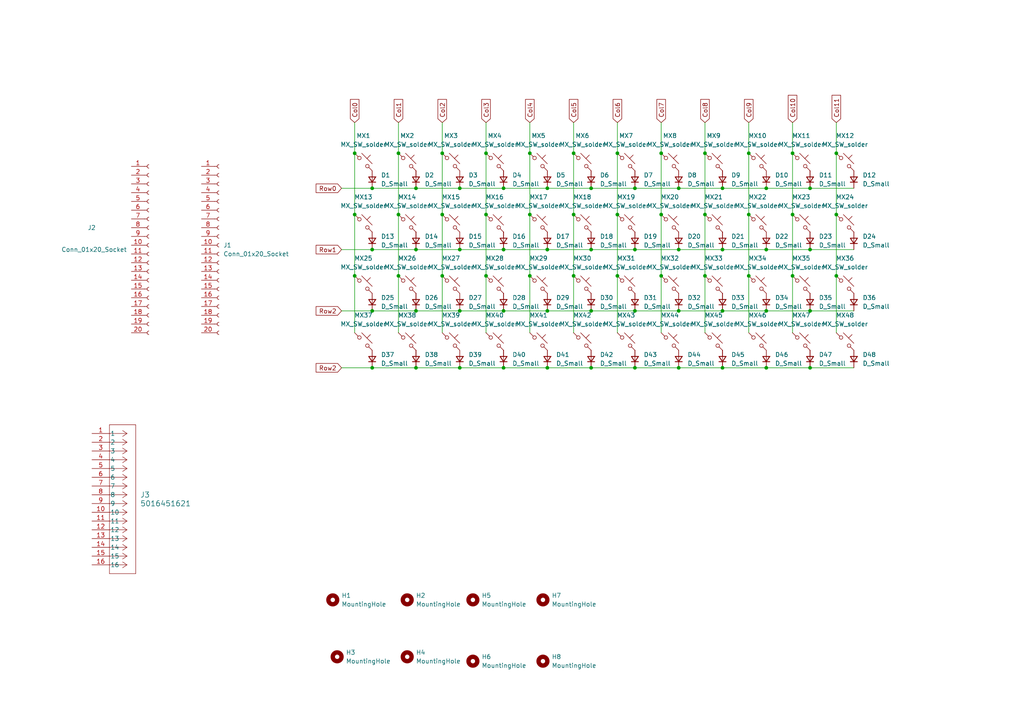
<source format=kicad_sch>
(kicad_sch (version 20230121) (generator eeschema)
  (paper "A4")
  (title_block (title "Viridi Keyboard") (date "2023-07-19") (rev "0.1") (company "Sander Groen"))
  (lib_symbols
    (symbol "Connector:Conn_01x20_Socket" (pin_names (offset 1.016) hide)
      (property "Reference" "J" (at 0 25.4 0))
      (property "Value" "Conn_01x20_Socket" (at 0 -27.94 0))
      (symbol "Conn_01x20_Socket_1_1"
        (pin passive line (at -5.08 22.86 0) (length 3.81) (name "Pin_1") (number "1"))
        (pin passive line (at -5.08 0 0) (length 3.81) (name "Pin_10") (number "10"))
        (pin passive line (at -5.08 -2.54 0) (length 3.81) (name "Pin_11") (number "11"))
        (pin passive line (at -5.08 -5.08 0) (length 3.81) (name "Pin_12") (number "12"))
        (pin passive line (at -5.08 -7.62 0) (length 3.81) (name "Pin_13") (number "13"))
        (pin passive line (at -5.08 -10.16 0) (length 3.81) (name "Pin_14") (number "14"))
        (pin passive line (at -5.08 -12.7 0) (length 3.81) (name "Pin_15") (number "15"))
        (pin passive line (at -5.08 -15.24 0) (length 3.81) (name "Pin_16") (number "16"))
        (pin passive line (at -5.08 -17.78 0) (length 3.81) (name "Pin_17") (number "17"))
        (pin passive line (at -5.08 -20.32 0) (length 3.81) (name "Pin_18") (number "18"))
        (pin passive line (at -5.08 -22.86 0) (length 3.81) (name "Pin_19") (number "19"))
        (pin passive line (at -5.08 20.32 0) (length 3.81) (name "Pin_2") (number "2"))
        (pin passive line (at -5.08 -25.4 0) (length 3.81) (name "Pin_20") (number "20"))
        (pin passive line (at -5.08 17.78 0) (length 3.81) (name "Pin_3") (number "3"))
        (pin passive line (at -5.08 15.24 0) (length 3.81) (name "Pin_4") (number "4"))
        (pin passive line (at -5.08 12.7 0) (length 3.81) (name "Pin_5") (number "5"))
        (pin passive line (at -5.08 10.16 0) (length 3.81) (name "Pin_6") (number "6"))
        (pin passive line (at -5.08 7.62 0) (length 3.81) (name "Pin_7") (number "7"))
        (pin passive line (at -5.08 5.08 0) (length 3.81) (name "Pin_8") (number "8"))
        (pin passive line (at -5.08 2.54 0) (length 3.81) (name "Pin_9") (number "9"))
      )
    )
    (symbol "Device:D_Small" (pin_numbers hide) (pin_names (offset 0.254) hide)
      (property "Reference" "D" (at -1.27 2.032 0))
      (property "Value" "D_Small" (at -3.81 -2.032 0))
      (symbol "D_Small_1_1"
        (pin passive line (at -2.54 0 0) (length 1.778) (name "K") (number "1"))
        (pin passive line (at 2.54 0 180) (length 1.778) (name "A") (number "2"))
      )
    )
    (symbol "Mechanical:MountingHole" (pin_names (offset 1.016))
      (property "Reference" "H" (at 0 5.08 0))
      (property "Value" "MountingHole" (at 0 3.175 0))
    )
    (symbol "PCM_2023-07-19_20-13-47:5016451621" (pin_names (offset 0.254))
      (property "Reference" "J" (at 8.89 6.35 0))
      (property "Value" "5016451621" (at 0 0 0))
      (symbol "5016451621_1_1"
        (pin unspecified line (at 0 0 0) (length 5.08) (name "1") (number "1"))
        (pin unspecified line (at 0 -22.86 0) (length 5.08) (name "10") (number "10"))
        (pin unspecified line (at 0 -25.4 0) (length 5.08) (name "11") (number "11"))
        (pin unspecified line (at 0 -27.94 0) (length 5.08) (name "12") (number "12"))
        (pin unspecified line (at 0 -30.48 0) (length 5.08) (name "13") (number "13"))
        (pin unspecified line (at 0 -33.02 0) (length 5.08) (name "14") (number "14"))
        (pin unspecified line (at 0 -35.56 0) (length 5.08) (name "15") (number "15"))
        (pin unspecified line (at 0 -38.1 0) (length 5.08) (name "16") (number "16"))
        (pin unspecified line (at 0 -2.54 0) (length 5.08) (name "2") (number "2"))
        (pin unspecified line (at 0 -5.08 0) (length 5.08) (name "3") (number "3"))
        (pin unspecified line (at 0 -7.62 0) (length 5.08) (name "4") (number "4"))
        (pin unspecified line (at 0 -10.16 0) (length 5.08) (name "5") (number "5"))
        (pin unspecified line (at 0 -12.7 0) (length 5.08) (name "6") (number "6"))
        (pin unspecified line (at 0 -15.24 0) (length 5.08) (name "7") (number "7"))
        (pin unspecified line (at 0 -17.78 0) (length 5.08) (name "8") (number "8"))
        (pin unspecified line (at 0 -20.32 0) (length 5.08) (name "9") (number "9"))
      )
      (symbol "5016451621_1_2"
        (pin unspecified line (at 0 0 0) (length 5.08) (name "1") (number "1"))
        (pin unspecified line (at 0 -22.86 0) (length 5.08) (name "10") (number "10"))
        (pin unspecified line (at 0 -25.4 0) (length 5.08) (name "11") (number "11"))
        (pin unspecified line (at 0 -27.94 0) (length 5.08) (name "12") (number "12"))
        (pin unspecified line (at 0 -30.48 0) (length 5.08) (name "13") (number "13"))
        (pin unspecified line (at 0 -33.02 0) (length 5.08) (name "14") (number "14"))
        (pin unspecified line (at 0 -35.56 0) (length 5.08) (name "15") (number "15"))
        (pin unspecified line (at 0 -38.1 0) (length 5.08) (name "16") (number "16"))
        (pin unspecified line (at 0 -2.54 0) (length 5.08) (name "2") (number "2"))
        (pin unspecified line (at 0 -5.08 0) (length 5.08) (name "3") (number "3"))
        (pin unspecified line (at 0 -7.62 0) (length 5.08) (name "4") (number "4"))
        (pin unspecified line (at 0 -10.16 0) (length 5.08) (name "5") (number "5"))
        (pin unspecified line (at 0 -12.7 0) (length 5.08) (name "6") (number "6"))
        (pin unspecified line (at 0 -15.24 0) (length 5.08) (name "7") (number "7"))
        (pin unspecified line (at 0 -17.78 0) (length 5.08) (name "8") (number "8"))
        (pin unspecified line (at 0 -20.32 0) (length 5.08) (name "9") (number "9"))
      )
    )
    (symbol "PCM_marbastlib-mx:MX_SW_solder" (pin_numbers hide) (pin_names (offset 1.016) hide)
      (property "Reference" "MX" (at 3.048 1.016 0))
      (property "Value" "MX_SW_solder" (at 0 -3.81 0))
      (symbol "MX_SW_solder_0_1"
        (pin passive line (at -2.54 2.54 0) (length 0) (name "1") (number "1"))
        (pin passive line (at 2.54 -2.54 180) (length 0) (name "2") (number "2"))
      )
    )
  )
  (junction (at 120.65 90.17))
  (junction (at 204.47 44.45))
  (junction (at 222.25 90.17))
  (junction (at 140.97 62.23))
  (junction (at 153.67 62.23))
  (junction (at 171.45 54.61))
  (junction (at 107.95 106.68))
  (junction (at 217.17 44.45))
  (junction (at 184.15 90.17))
  (junction (at 158.75 90.17))
  (junction (at 196.85 106.68))
  (junction (at 196.85 90.17))
  (junction (at 179.07 62.23))
  (junction (at 128.27 44.45))
  (junction (at 204.47 80.01))
  (junction (at 196.85 72.39))
  (junction (at 107.95 72.39))
  (junction (at 234.95 106.68))
  (junction (at 234.95 54.61))
  (junction (at 133.35 106.68))
  (junction (at 158.75 72.39))
  (junction (at 146.05 54.61))
  (junction (at 146.05 72.39))
  (junction (at 158.75 106.68))
  (junction (at 242.57 44.45))
  (junction (at 140.97 80.01))
  (junction (at 229.87 80.01))
  (junction (at 196.85 54.61))
  (junction (at 133.35 54.61))
  (junction (at 191.77 80.01))
  (junction (at 184.15 54.61))
  (junction (at 115.57 62.23))
  (junction (at 140.97 44.45))
  (junction (at 166.37 80.01))
  (junction (at 133.35 72.39))
  (junction (at 107.95 54.61))
  (junction (at 153.67 80.01))
  (junction (at 222.25 54.61))
  (junction (at 166.37 44.45))
  (junction (at 153.67 44.45))
  (junction (at 204.47 62.23))
  (junction (at 242.57 62.23))
  (junction (at 166.37 62.23))
  (junction (at 171.45 90.17))
  (junction (at 242.57 80.01))
  (junction (at 222.25 72.39))
  (junction (at 171.45 106.68))
  (junction (at 234.95 72.39))
  (junction (at 171.45 72.39))
  (junction (at 191.77 44.45))
  (junction (at 229.87 62.23))
  (junction (at 102.87 44.45))
  (junction (at 102.87 80.01))
  (junction (at 209.55 106.68))
  (junction (at 179.07 80.01))
  (junction (at 209.55 90.17))
  (junction (at 158.75 54.61))
  (junction (at 146.05 90.17))
  (junction (at 184.15 72.39))
  (junction (at 102.87 62.23))
  (junction (at 179.07 44.45))
  (junction (at 115.57 80.01))
  (junction (at 217.17 62.23))
  (junction (at 229.87 44.45))
  (junction (at 120.65 106.68))
  (junction (at 191.77 62.23))
  (junction (at 217.17 80.01))
  (junction (at 209.55 72.39))
  (junction (at 209.55 54.61))
  (junction (at 146.05 106.68))
  (junction (at 107.95 90.17))
  (junction (at 128.27 80.01))
  (junction (at 115.57 44.45))
  (junction (at 234.95 90.17))
  (junction (at 133.35 90.17))
  (junction (at 184.15 106.68))
  (junction (at 120.65 72.39))
  (junction (at 222.25 106.68))
  (junction (at 128.27 62.23))
  (junction (at 120.65 54.61))
  (wire (pts (xy 234.95 72.39) (xy 247.65 72.39)))
  (wire (pts (xy 234.95 106.68) (xy 247.65 106.68)))
  (wire (pts (xy 107.95 90.17) (xy 120.65 90.17)))
  (wire (pts (xy 166.37 62.23) (xy 166.37 80.01)))
  (wire (pts (xy 140.97 80.01) (xy 140.97 96.52)))
  (wire (pts (xy 158.75 106.68) (xy 171.45 106.68)))
  (wire (pts (xy 209.55 90.17) (xy 222.25 90.17)))
  (wire (pts (xy 146.05 106.68) (xy 158.75 106.68)))
  (wire (pts (xy 153.67 80.01) (xy 153.67 96.52)))
  (wire (pts (xy 229.87 80.01) (xy 229.87 96.52)))
  (wire (pts (xy 179.07 80.01) (xy 179.07 96.52)))
  (wire (pts (xy 99.06 90.17) (xy 107.95 90.17)))
  (wire (pts (xy 107.95 54.61) (xy 120.65 54.61)))
  (wire (pts (xy 140.97 35.56) (xy 140.97 44.45)))
  (wire (pts (xy 153.67 62.23) (xy 153.67 80.01)))
  (wire (pts (xy 222.25 106.68) (xy 234.95 106.68)))
  (wire (pts (xy 217.17 35.56) (xy 217.17 44.45)))
  (wire (pts (xy 140.97 44.45) (xy 140.97 62.23)))
  (wire (pts (xy 184.15 72.39) (xy 196.85 72.39)))
  (wire (pts (xy 234.95 90.17) (xy 247.65 90.17)))
  (wire (pts (xy 242.57 35.56) (xy 242.57 44.45)))
  (wire (pts (xy 242.57 44.45) (xy 242.57 62.23)))
  (wire (pts (xy 102.87 44.45) (xy 102.87 62.23)))
  (wire (pts (xy 120.65 54.61) (xy 133.35 54.61)))
  (wire (pts (xy 171.45 72.39) (xy 184.15 72.39)))
  (wire (pts (xy 184.15 106.68) (xy 196.85 106.68)))
  (wire (pts (xy 179.07 62.23) (xy 179.07 80.01)))
  (wire (pts (xy 133.35 106.68) (xy 146.05 106.68)))
  (wire (pts (xy 204.47 44.45) (xy 204.47 62.23)))
  (wire (pts (xy 191.77 44.45) (xy 191.77 62.23)))
  (wire (pts (xy 158.75 72.39) (xy 171.45 72.39)))
  (wire (pts (xy 217.17 80.01) (xy 217.17 96.52)))
  (wire (pts (xy 153.67 35.56) (xy 153.67 44.45)))
  (wire (pts (xy 115.57 80.01) (xy 115.57 96.52)))
  (wire (pts (xy 229.87 44.45) (xy 229.87 62.23)))
  (wire (pts (xy 204.47 80.01) (xy 204.47 96.52)))
  (wire (pts (xy 133.35 72.39) (xy 146.05 72.39)))
  (wire (pts (xy 196.85 72.39) (xy 209.55 72.39)))
  (wire (pts (xy 140.97 62.23) (xy 140.97 80.01)))
  (wire (pts (xy 146.05 72.39) (xy 158.75 72.39)))
  (wire (pts (xy 209.55 72.39) (xy 222.25 72.39)))
  (wire (pts (xy 191.77 80.01) (xy 191.77 96.52)))
  (wire (pts (xy 222.25 90.17) (xy 234.95 90.17)))
  (wire (pts (xy 209.55 54.61) (xy 222.25 54.61)))
  (wire (pts (xy 242.57 62.23) (xy 242.57 80.01)))
  (wire (pts (xy 179.07 35.56) (xy 179.07 44.45)))
  (wire (pts (xy 222.25 54.61) (xy 234.95 54.61)))
  (wire (pts (xy 133.35 54.61) (xy 146.05 54.61)))
  (wire (pts (xy 229.87 35.56) (xy 229.87 44.45)))
  (wire (pts (xy 191.77 62.23) (xy 191.77 80.01)))
  (wire (pts (xy 209.55 106.68) (xy 222.25 106.68)))
  (wire (pts (xy 166.37 44.45) (xy 166.37 62.23)))
  (wire (pts (xy 171.45 90.17) (xy 184.15 90.17)))
  (wire (pts (xy 102.87 80.01) (xy 102.87 96.52)))
  (wire (pts (xy 204.47 35.56) (xy 204.47 44.45)))
  (wire (pts (xy 196.85 54.61) (xy 209.55 54.61)))
  (wire (pts (xy 196.85 106.68) (xy 209.55 106.68)))
  (wire (pts (xy 166.37 80.01) (xy 166.37 96.52)))
  (wire (pts (xy 146.05 54.61) (xy 158.75 54.61)))
  (wire (pts (xy 115.57 35.56) (xy 115.57 44.45)))
  (wire (pts (xy 128.27 80.01) (xy 128.27 96.52)))
  (wire (pts (xy 171.45 54.61) (xy 184.15 54.61)))
  (wire (pts (xy 171.45 106.68) (xy 184.15 106.68)))
  (wire (pts (xy 184.15 90.17) (xy 196.85 90.17)))
  (wire (pts (xy 120.65 106.68) (xy 133.35 106.68)))
  (wire (pts (xy 191.77 35.56) (xy 191.77 44.45)))
  (wire (pts (xy 158.75 90.17) (xy 171.45 90.17)))
  (wire (pts (xy 120.65 90.17) (xy 133.35 90.17)))
  (wire (pts (xy 128.27 62.23) (xy 128.27 80.01)))
  (wire (pts (xy 229.87 62.23) (xy 229.87 80.01)))
  (wire (pts (xy 128.27 44.45) (xy 128.27 62.23)))
  (wire (pts (xy 102.87 35.56) (xy 102.87 44.45)))
  (wire (pts (xy 196.85 90.17) (xy 209.55 90.17)))
  (wire (pts (xy 99.06 106.68) (xy 107.95 106.68)))
  (wire (pts (xy 99.06 72.39) (xy 107.95 72.39)))
  (wire (pts (xy 184.15 54.61) (xy 196.85 54.61)))
  (wire (pts (xy 234.95 54.61) (xy 247.65 54.61)))
  (wire (pts (xy 102.87 62.23) (xy 102.87 80.01)))
  (wire (pts (xy 107.95 106.68) (xy 120.65 106.68)))
  (wire (pts (xy 217.17 62.23) (xy 217.17 80.01)))
  (wire (pts (xy 107.95 72.39) (xy 120.65 72.39)))
  (wire (pts (xy 133.35 90.17) (xy 146.05 90.17)))
  (wire (pts (xy 99.06 54.61) (xy 107.95 54.61)))
  (wire (pts (xy 120.65 72.39) (xy 133.35 72.39)))
  (wire (pts (xy 146.05 90.17) (xy 158.75 90.17)))
  (wire (pts (xy 128.27 35.56) (xy 128.27 44.45)))
  (wire (pts (xy 179.07 44.45) (xy 179.07 62.23)))
  (wire (pts (xy 158.75 54.61) (xy 171.45 54.61)))
  (wire (pts (xy 153.67 44.45) (xy 153.67 62.23)))
  (wire (pts (xy 217.17 44.45) (xy 217.17 62.23)))
  (wire (pts (xy 115.57 62.23) (xy 115.57 80.01)))
  (wire (pts (xy 204.47 62.23) (xy 204.47 80.01)))
  (wire (pts (xy 242.57 80.01) (xy 242.57 96.52)))
  (wire (pts (xy 166.37 35.56) (xy 166.37 44.45)))
  (wire (pts (xy 115.57 44.45) (xy 115.57 62.23)))
  (wire (pts (xy 222.25 72.39) (xy 234.95 72.39)))
  (global_label "Row1" (shape input) (at 99.06 72.39 180) (property "Intersheetrefs" "${INTERSHEET_REFS}" (effects hide)))
  (global_label "Col1" (shape input) (at 115.57 35.56 90) (property "Intersheetrefs" "${INTERSHEET_REFS}" (effects hide)))
  (global_label "Col4" (shape input) (at 153.67 35.56 90) (property "Intersheetrefs" "${INTERSHEET_REFS}" (effects hide)))
  (global_label "Col8" (shape input) (at 204.47 35.56 90) (property "Intersheetrefs" "${INTERSHEET_REFS}" (effects hide)))
  (global_label "Row2" (shape input) (at 99.06 106.68 180) (property "Intersheetrefs" "${INTERSHEET_REFS}" (effects hide)))
  (global_label "Row0" (shape input) (at 99.06 54.61 180) (property "Intersheetrefs" "${INTERSHEET_REFS}" (effects hide)))
  (global_label "Col11" (shape input) (at 242.57 35.56 90) (property "Intersheetrefs" "${INTERSHEET_REFS}" (effects hide)))
  (global_label "Row2" (shape input) (at 99.06 90.17 180) (property "Intersheetrefs" "${INTERSHEET_REFS}" (effects hide)))
  (global_label "Col0" (shape input) (at 102.87 35.56 90) (property "Intersheetrefs" "${INTERSHEET_REFS}" (effects hide)))
  (global_label "Col2" (shape input) (at 128.27 35.56 90) (property "Intersheetrefs" "${INTERSHEET_REFS}" (effects hide)))
  (global_label "Col3" (shape input) (at 140.97 35.56 90) (property "Intersheetrefs" "${INTERSHEET_REFS}" (effects hide)))
  (global_label "Col9" (shape input) (at 217.17 35.56 90) (property "Intersheetrefs" "${INTERSHEET_REFS}" (effects hide)))
  (global_label "Col5" (shape input) (at 166.37 35.56 90) (property "Intersheetrefs" "${INTERSHEET_REFS}" (effects hide)))
  (global_label "Col6" (shape input) (at 179.07 35.56 90) (property "Intersheetrefs" "${INTERSHEET_REFS}" (effects hide)))
  (global_label "Col7" (shape input) (at 191.77 35.56 90) (property "Intersheetrefs" "${INTERSHEET_REFS}" (effects hide)))
  (global_label "Col10" (shape input) (at 229.87 35.56 90) (property "Intersheetrefs" "${INTERSHEET_REFS}" (effects hide)))
  (symbol (lib_id "Device:D_Small") (at 184.15 104.14 90) (unit 1)
    (property "Reference" "D43" (at 186.69 102.87 90) (effects (justify right)))
    (property "Value" "D_Small" (at 186.69 105.41 90) (effects (justify right)))
    (property "Footprint" "Diode_SMD:D_SOD-123" (effects hide))
    (property "Sim.Device" "D" (effects hide))
    (property "Sim.Pins" "1=K 2=A" (effects hide))
  )
  (symbol (lib_id "Mechanical:MountingHole") (at 137.16 191.77 0) (unit 1)
    (property "Reference" "H6" (at 139.7 190.5 0) (effects (justify left)))
    (property "Value" "MountingHole" (at 139.7 193.04 0) (effects (justify left)))
    (property "Footprint" "MountingHole:MountingHole_2.5mm" (effects hide))
  )
  (symbol (lib_id "PCM_marbastlib-mx:MX_SW_solder") (at 194.31 99.06 0) (unit 1)
    (property "Reference" "MX44" (at 194.31 91.44 0))
    (property "Value" "MX_SW_solder" (at 194.31 93.98 0))
    (property "Footprint" "PCM_marbastlib-mx:SW_MX_1u" (effects hide))
  )
  (symbol (lib_id "Device:D_Small") (at 222.25 52.07 90) (unit 1)
    (property "Reference" "D10" (at 224.79 50.8 90) (effects (justify right)))
    (property "Value" "D_Small" (at 224.79 53.34 90) (effects (justify right)))
    (property "Footprint" "Diode_SMD:D_SOD-123" (effects hide))
    (property "Sim.Device" "D" (effects hide))
    (property "Sim.Pins" "1=K 2=A" (effects hide))
  )
  (symbol (lib_id "PCM_marbastlib-mx:MX_SW_solder") (at 130.81 64.77 0) (unit 1)
    (property "Reference" "MX15" (at 130.81 57.15 0))
    (property "Value" "MX_SW_solder" (at 130.81 59.69 0))
    (property "Footprint" "PCM_marbastlib-mx:SW_MX_1u" (effects hide))
  )
  (symbol (lib_id "PCM_marbastlib-mx:MX_SW_solder") (at 168.91 64.77 0) (unit 1)
    (property "Reference" "MX18" (at 168.91 57.15 0))
    (property "Value" "MX_SW_solder" (at 168.91 59.69 0))
    (property "Footprint" "PCM_marbastlib-mx:SW_MX_1u" (effects hide))
  )
  (symbol (lib_id "Device:D_Small") (at 107.95 87.63 90) (unit 1)
    (property "Reference" "D25" (at 110.49 86.36 90) (effects (justify right)))
    (property "Value" "D_Small" (at 110.49 88.9 90) (effects (justify right)))
    (property "Footprint" "Diode_SMD:D_SOD-123" (effects hide))
    (property "Sim.Device" "D" (effects hide))
    (property "Sim.Pins" "1=K 2=A" (effects hide))
  )
  (symbol (lib_id "PCM_marbastlib-mx:MX_SW_solder") (at 245.11 46.99 0) (unit 1)
    (property "Reference" "MX12" (at 245.11 39.37 0))
    (property "Value" "MX_SW_solder" (at 245.11 41.91 0))
    (property "Footprint" "PCM_marbastlib-mx:SW_MX_1u" (effects hide))
  )
  (symbol (lib_id "Device:D_Small") (at 171.45 69.85 90) (unit 1)
    (property "Reference" "D18" (at 173.99 68.58 90) (effects (justify right)))
    (property "Value" "D_Small" (at 173.99 71.12 90) (effects (justify right)))
    (property "Footprint" "Diode_SMD:D_SOD-123" (effects hide))
    (property "Sim.Device" "D" (effects hide))
    (property "Sim.Pins" "1=K 2=A" (effects hide))
  )
  (symbol (lib_id "Device:D_Small") (at 209.55 69.85 90) (unit 1)
    (property "Reference" "D21" (at 212.09 68.58 90) (effects (justify right)))
    (property "Value" "D_Small" (at 212.09 71.12 90) (effects (justify right)))
    (property "Footprint" "Diode_SMD:D_SOD-123" (effects hide))
    (property "Sim.Device" "D" (effects hide))
    (property "Sim.Pins" "1=K 2=A" (effects hide))
  )
  (symbol (lib_id "Device:D_Small") (at 209.55 104.14 90) (unit 1)
    (property "Reference" "D45" (at 212.09 102.87 90) (effects (justify right)))
    (property "Value" "D_Small" (at 212.09 105.41 90) (effects (justify right)))
    (property "Footprint" "Diode_SMD:D_SOD-123" (effects hide))
    (property "Sim.Device" "D" (effects hide))
    (property "Sim.Pins" "1=K 2=A" (effects hide))
  )
  (symbol (lib_id "Device:D_Small") (at 196.85 52.07 90) (unit 1)
    (property "Reference" "D8" (at 199.39 50.8 90) (effects (justify right)))
    (property "Value" "D_Small" (at 199.39 53.34 90) (effects (justify right)))
    (property "Footprint" "Diode_SMD:D_SOD-123" (effects hide))
    (property "Sim.Device" "D" (effects hide))
    (property "Sim.Pins" "1=K 2=A" (effects hide))
  )
  (symbol (lib_id "PCM_marbastlib-mx:MX_SW_solder") (at 219.71 82.55 0) (unit 1)
    (property "Reference" "MX34" (at 219.71 74.93 0))
    (property "Value" "MX_SW_solder" (at 219.71 77.47 0))
    (property "Footprint" "PCM_marbastlib-mx:SW_MX_1u" (effects hide))
  )
  (symbol (lib_id "Device:D_Small") (at 146.05 104.14 90) (unit 1)
    (property "Reference" "D40" (at 148.59 102.87 90) (effects (justify right)))
    (property "Value" "D_Small" (at 148.59 105.41 90) (effects (justify right)))
    (property "Footprint" "Diode_SMD:D_SOD-123" (effects hide))
    (property "Sim.Device" "D" (effects hide))
    (property "Sim.Pins" "1=K 2=A" (effects hide))
  )
  (symbol (lib_id "PCM_marbastlib-mx:MX_SW_solder") (at 194.31 64.77 0) (unit 1)
    (property "Reference" "MX20" (at 194.31 57.15 0))
    (property "Value" "MX_SW_solder" (at 194.31 59.69 0))
    (property "Footprint" "PCM_marbastlib-mx:SW_MX_1u" (effects hide))
  )
  (symbol (lib_id "Mechanical:MountingHole") (at 157.48 191.77 0) (unit 1)
    (property "Reference" "H8" (at 160.02 190.5 0) (effects (justify left)))
    (property "Value" "MountingHole" (at 160.02 193.04 0) (effects (justify left)))
    (property "Footprint" "MountingHole:MountingHole_2.5mm" (effects hide))
  )
  (symbol (lib_id "PCM_marbastlib-mx:MX_SW_solder") (at 156.21 64.77 0) (unit 1)
    (property "Reference" "MX17" (at 156.21 57.15 0))
    (property "Value" "MX_SW_solder" (at 156.21 59.69 0))
    (property "Footprint" "PCM_marbastlib-mx:SW_MX_1u" (effects hide))
  )
  (symbol (lib_id "PCM_marbastlib-mx:MX_SW_solder") (at 168.91 46.99 0) (unit 1)
    (property "Reference" "MX6" (at 168.91 39.37 0))
    (property "Value" "MX_SW_solder" (at 168.91 41.91 0))
    (property "Footprint" "PCM_marbastlib-mx:SW_MX_1u" (effects hide))
  )
  (symbol (lib_id "PCM_marbastlib-mx:MX_SW_solder") (at 130.81 99.06 0) (unit 1)
    (property "Reference" "MX39" (at 130.81 91.44 0))
    (property "Value" "MX_SW_solder" (at 130.81 93.98 0))
    (property "Footprint" "PCM_marbastlib-mx:SW_MX_1u" (effects hide))
  )
  (symbol (lib_id "PCM_marbastlib-mx:MX_SW_solder") (at 105.41 99.06 0) (unit 1)
    (property "Reference" "MX37" (at 105.41 91.44 0))
    (property "Value" "MX_SW_solder" (at 105.41 93.98 0))
    (property "Footprint" "PCM_marbastlib-mx:SW_MX_1u" (effects hide))
  )
  (symbol (lib_id "Device:D_Small") (at 247.65 52.07 90) (unit 1)
    (property "Reference" "D12" (at 250.19 50.8 90) (effects (justify right)))
    (property "Value" "D_Small" (at 250.19 53.34 90) (effects (justify right)))
    (property "Footprint" "Diode_SMD:D_SOD-123" (effects hide))
    (property "Sim.Device" "D" (effects hide))
    (property "Sim.Pins" "1=K 2=A" (effects hide))
  )
  (symbol (lib_id "Device:D_Small") (at 133.35 104.14 90) (unit 1)
    (property "Reference" "D39" (at 135.89 102.87 90) (effects (justify right)))
    (property "Value" "D_Small" (at 135.89 105.41 90) (effects (justify right)))
    (property "Footprint" "Diode_SMD:D_SOD-123" (effects hide))
    (property "Sim.Device" "D" (effects hide))
    (property "Sim.Pins" "1=K 2=A" (effects hide))
  )
  (symbol (lib_id "Device:D_Small") (at 234.95 52.07 90) (unit 1)
    (property "Reference" "D11" (at 237.49 50.8 90) (effects (justify right)))
    (property "Value" "D_Small" (at 237.49 53.34 90) (effects (justify right)))
    (property "Footprint" "Diode_SMD:D_SOD-123" (effects hide))
    (property "Sim.Device" "D" (effects hide))
    (property "Sim.Pins" "1=K 2=A" (effects hide))
  )
  (symbol (lib_id "Connector:Conn_01x20_Socket") (at 43.18 71.12 0) (unit 1)
    (property "Reference" "J2" (at 25.4 66.04 0) (effects (justify left)))
    (property "Value" "Conn_01x20_Socket" (at 17.78 72.39 0) (effects (justify left)))
    (property "Footprint" "Connector_PinSocket_2.54mm:PinSocket_1x20_P2.54mm_Vertical" (effects hide))
  )
  (symbol (lib_id "Device:D_Small") (at 120.65 69.85 90) (unit 1)
    (property "Reference" "D14" (at 123.19 68.58 90) (effects (justify right)))
    (property "Value" "D_Small" (at 123.19 71.12 90) (effects (justify right)))
    (property "Footprint" "Diode_SMD:D_SOD-123" (effects hide))
    (property "Sim.Device" "D" (effects hide))
    (property "Sim.Pins" "1=K 2=A" (effects hide))
  )
  (symbol (lib_id "Mechanical:MountingHole") (at 118.11 190.5 0) (unit 1)
    (property "Reference" "H4" (at 120.65 189.23 0) (effects (justify left)))
    (property "Value" "MountingHole" (at 120.65 191.77 0) (effects (justify left)))
    (property "Footprint" "MountingHole:MountingHole_2.5mm" (effects hide))
  )
  (symbol (lib_id "PCM_marbastlib-mx:MX_SW_solder") (at 168.91 99.06 0) (unit 1)
    (property "Reference" "MX42" (at 168.91 91.44 0))
    (property "Value" "MX_SW_solder" (at 168.91 93.98 0))
    (property "Footprint" "PCM_marbastlib-mx:SW_MX_1u" (effects hide))
  )
  (symbol (lib_id "PCM_marbastlib-mx:MX_SW_solder") (at 143.51 64.77 0) (unit 1)
    (property "Reference" "MX16" (at 143.51 57.15 0))
    (property "Value" "MX_SW_solder" (at 143.51 59.69 0))
    (property "Footprint" "PCM_marbastlib-mx:SW_MX_1u" (effects hide))
  )
  (symbol (lib_id "Mechanical:MountingHole") (at 137.16 173.99 0) (unit 1)
    (property "Reference" "H5" (at 139.7 172.72 0) (effects (justify left)))
    (property "Value" "MountingHole" (at 139.7 175.26 0) (effects (justify left)))
    (property "Footprint" "MountingHole:MountingHole_2.5mm" (effects hide))
  )
  (symbol (lib_id "PCM_2023-07-19_20-13-47:5016451621") (at 26.67 125.73 0) (unit 1)
    (property "Reference" "J3" (at 40.64 143.51 0) (effects (font (size 1.524 1.524)) (justify left)))
    (property "Value" "5016451621" (at 40.64 146.05 0) (effects (font (size 1.524 1.524)) (justify left)))
    (property "Footprint" "PCM_footprints:CON_5016451621_MOL" (effects hide))
    (property "Datasheet" "5016451621" (effects hide))
  )
  (symbol (lib_id "PCM_marbastlib-mx:MX_SW_solder") (at 156.21 82.55 0) (unit 1)
    (property "Reference" "MX29" (at 156.21 74.93 0))
    (property "Value" "MX_SW_solder" (at 156.21 77.47 0))
    (property "Footprint" "PCM_marbastlib-mx:SW_MX_1u" (effects hide))
  )
  (symbol (lib_id "Device:D_Small") (at 120.65 87.63 90) (unit 1)
    (property "Reference" "D26" (at 123.19 86.36 90) (effects (justify right)))
    (property "Value" "D_Small" (at 123.19 88.9 90) (effects (justify right)))
    (property "Footprint" "Diode_SMD:D_SOD-123" (effects hide))
    (property "Sim.Device" "D" (effects hide))
    (property "Sim.Pins" "1=K 2=A" (effects hide))
  )
  (symbol (lib_id "Connector:Conn_01x20_Socket") (at 63.5 71.12 0) (unit 1)
    (property "Reference" "J1" (at 64.77 71.12 0) (effects (justify left)))
    (property "Value" "Conn_01x20_Socket" (at 64.77 73.66 0) (effects (justify left)))
    (property "Footprint" "Connector_PinSocket_2.54mm:PinSocket_1x20_P2.54mm_Vertical" (effects hide))
  )
  (symbol (lib_id "PCM_marbastlib-mx:MX_SW_solder") (at 181.61 64.77 0) (unit 1)
    (property "Reference" "MX19" (at 181.61 57.15 0))
    (property "Value" "MX_SW_solder" (at 181.61 59.69 0))
    (property "Footprint" "PCM_marbastlib-mx:SW_MX_1u" (effects hide))
  )
  (symbol (lib_id "Device:D_Small") (at 184.15 87.63 90) (unit 1)
    (property "Reference" "D31" (at 186.69 86.36 90) (effects (justify right)))
    (property "Value" "D_Small" (at 186.69 88.9 90) (effects (justify right)))
    (property "Footprint" "Diode_SMD:D_SOD-123" (effects hide))
    (property "Sim.Device" "D" (effects hide))
    (property "Sim.Pins" "1=K 2=A" (effects hide))
  )
  (symbol (lib_id "PCM_marbastlib-mx:MX_SW_solder") (at 143.51 46.99 0) (unit 1)
    (property "Reference" "MX4" (at 143.51 39.37 0))
    (property "Value" "MX_SW_solder" (at 143.51 41.91 0))
    (property "Footprint" "PCM_marbastlib-mx:SW_MX_1u" (effects hide))
  )
  (symbol (lib_id "Device:D_Small") (at 171.45 52.07 90) (unit 1)
    (property "Reference" "D6" (at 173.99 50.8 90) (effects (justify right)))
    (property "Value" "D_Small" (at 173.99 53.34 90) (effects (justify right)))
    (property "Footprint" "Diode_SMD:D_SOD-123" (effects hide))
    (property "Sim.Device" "D" (effects hide))
    (property "Sim.Pins" "1=K 2=A" (effects hide))
  )
  (symbol (lib_id "PCM_marbastlib-mx:MX_SW_solder") (at 219.71 64.77 0) (unit 1)
    (property "Reference" "MX22" (at 219.71 57.15 0))
    (property "Value" "MX_SW_solder" (at 219.71 59.69 0))
    (property "Footprint" "PCM_marbastlib-mx:SW_MX_1u" (effects hide))
  )
  (symbol (lib_id "Device:D_Small") (at 196.85 104.14 90) (unit 1)
    (property "Reference" "D44" (at 199.39 102.87 90) (effects (justify right)))
    (property "Value" "D_Small" (at 199.39 105.41 90) (effects (justify right)))
    (property "Footprint" "Diode_SMD:D_SOD-123" (effects hide))
    (property "Sim.Device" "D" (effects hide))
    (property "Sim.Pins" "1=K 2=A" (effects hide))
  )
  (symbol (lib_id "Device:D_Small") (at 234.95 69.85 90) (unit 1)
    (property "Reference" "D23" (at 237.49 68.58 90) (effects (justify right)))
    (property "Value" "D_Small" (at 237.49 71.12 90) (effects (justify right)))
    (property "Footprint" "Diode_SMD:D_SOD-123" (effects hide))
    (property "Sim.Device" "D" (effects hide))
    (property "Sim.Pins" "1=K 2=A" (effects hide))
  )
  (symbol (lib_id "PCM_marbastlib-mx:MX_SW_solder") (at 181.61 82.55 0) (unit 1)
    (property "Reference" "MX31" (at 181.61 74.93 0))
    (property "Value" "MX_SW_solder" (at 181.61 77.47 0))
    (property "Footprint" "PCM_marbastlib-mx:SW_MX_1u" (effects hide))
  )
  (symbol (lib_id "PCM_marbastlib-mx:MX_SW_solder") (at 143.51 82.55 0) (unit 1)
    (property "Reference" "MX28" (at 143.51 74.93 0))
    (property "Value" "MX_SW_solder" (at 143.51 77.47 0))
    (property "Footprint" "PCM_marbastlib-mx:SW_MX_1u" (effects hide))
  )
  (symbol (lib_id "PCM_marbastlib-mx:MX_SW_solder") (at 118.11 64.77 0) (unit 1)
    (property "Reference" "MX14" (at 118.11 57.15 0))
    (property "Value" "MX_SW_solder" (at 118.11 59.69 0))
    (property "Footprint" "PCM_marbastlib-mx:SW_MX_1u" (effects hide))
  )
  (symbol (lib_id "Device:D_Small") (at 158.75 87.63 90) (unit 1)
    (property "Reference" "D29" (at 161.29 86.36 90) (effects (justify right)))
    (property "Value" "D_Small" (at 161.29 88.9 90) (effects (justify right)))
    (property "Footprint" "Diode_SMD:D_SOD-123" (effects hide))
    (property "Sim.Device" "D" (effects hide))
    (property "Sim.Pins" "1=K 2=A" (effects hide))
  )
  (symbol (lib_id "Device:D_Small") (at 247.65 87.63 90) (unit 1)
    (property "Reference" "D36" (at 250.19 86.36 90) (effects (justify right)))
    (property "Value" "D_Small" (at 250.19 88.9 90) (effects (justify right)))
    (property "Footprint" "Diode_SMD:D_SOD-123" (effects hide))
    (property "Sim.Device" "D" (effects hide))
    (property "Sim.Pins" "1=K 2=A" (effects hide))
  )
  (symbol (lib_id "PCM_marbastlib-mx:MX_SW_solder") (at 207.01 82.55 0) (unit 1)
    (property "Reference" "MX33" (at 207.01 74.93 0))
    (property "Value" "MX_SW_solder" (at 207.01 77.47 0))
    (property "Footprint" "PCM_marbastlib-mx:SW_MX_1u" (effects hide))
  )
  (symbol (lib_id "Mechanical:MountingHole") (at 157.48 173.99 0) (unit 1)
    (property "Reference" "H7" (at 160.02 172.72 0) (effects (justify left)))
    (property "Value" "MountingHole" (at 160.02 175.26 0) (effects (justify left)))
    (property "Footprint" "MountingHole:MountingHole_2.5mm" (effects hide))
  )
  (symbol (lib_id "Device:D_Small") (at 133.35 52.07 90) (unit 1)
    (property "Reference" "D3" (at 135.89 50.8 90) (effects (justify right)))
    (property "Value" "D_Small" (at 135.89 53.34 90) (effects (justify right)))
    (property "Footprint" "Diode_SMD:D_SOD-123" (effects hide))
    (property "Sim.Device" "D" (effects hide))
    (property "Sim.Pins" "1=K 2=A" (effects hide))
  )
  (symbol (lib_id "Device:D_Small") (at 158.75 69.85 90) (unit 1)
    (property "Reference" "D17" (at 161.29 68.58 90) (effects (justify right)))
    (property "Value" "D_Small" (at 161.29 71.12 90) (effects (justify right)))
    (property "Footprint" "Diode_SMD:D_SOD-123" (effects hide))
    (property "Sim.Device" "D" (effects hide))
    (property "Sim.Pins" "1=K 2=A" (effects hide))
  )
  (symbol (lib_id "Device:D_Small") (at 107.95 104.14 90) (unit 1)
    (property "Reference" "D37" (at 110.49 102.87 90) (effects (justify right)))
    (property "Value" "D_Small" (at 110.49 105.41 90) (effects (justify right)))
    (property "Footprint" "Diode_SMD:D_SOD-123" (effects hide))
    (property "Sim.Device" "D" (effects hide))
    (property "Sim.Pins" "1=K 2=A" (effects hide))
  )
  (symbol (lib_id "PCM_marbastlib-mx:MX_SW_solder") (at 181.61 99.06 0) (unit 1)
    (property "Reference" "MX43" (at 181.61 91.44 0))
    (property "Value" "MX_SW_solder" (at 181.61 93.98 0))
    (property "Footprint" "PCM_marbastlib-mx:SW_MX_1u" (effects hide))
  )
  (symbol (lib_id "Device:D_Small") (at 146.05 52.07 90) (unit 1)
    (property "Reference" "D4" (at 148.59 50.8 90) (effects (justify right)))
    (property "Value" "D_Small" (at 148.59 53.34 90) (effects (justify right)))
    (property "Footprint" "Diode_SMD:D_SOD-123" (effects hide))
    (property "Sim.Device" "D" (effects hide))
    (property "Sim.Pins" "1=K 2=A" (effects hide))
  )
  (symbol (lib_id "Device:D_Small") (at 158.75 52.07 90) (unit 1)
    (property "Reference" "D5" (at 161.29 50.8 90) (effects (justify right)))
    (property "Value" "D_Small" (at 161.29 53.34 90) (effects (justify right)))
    (property "Footprint" "Diode_SMD:D_SOD-123" (effects hide))
    (property "Sim.Device" "D" (effects hide))
    (property "Sim.Pins" "1=K 2=A" (effects hide))
  )
  (symbol (lib_id "PCM_marbastlib-mx:MX_SW_solder") (at 232.41 82.55 0) (unit 1)
    (property "Reference" "MX35" (at 232.41 74.93 0))
    (property "Value" "MX_SW_solder" (at 232.41 77.47 0))
    (property "Footprint" "PCM_marbastlib-mx:SW_MX_1u" (effects hide))
  )
  (symbol (lib_id "Mechanical:MountingHole") (at 118.11 173.99 0) (unit 1)
    (property "Reference" "H2" (at 120.65 172.72 0) (effects (justify left)))
    (property "Value" "MountingHole" (at 120.65 175.26 0) (effects (justify left)))
    (property "Footprint" "MountingHole:MountingHole_2.5mm" (effects hide))
  )
  (symbol (lib_id "Device:D_Small") (at 133.35 87.63 90) (unit 1)
    (property "Reference" "D27" (at 135.89 86.36 90) (effects (justify right)))
    (property "Value" "D_Small" (at 135.89 88.9 90) (effects (justify right)))
    (property "Footprint" "Diode_SMD:D_SOD-123" (effects hide))
    (property "Sim.Device" "D" (effects hide))
    (property "Sim.Pins" "1=K 2=A" (effects hide))
  )
  (symbol (lib_id "PCM_marbastlib-mx:MX_SW_solder") (at 156.21 46.99 0) (unit 1)
    (property "Reference" "MX5" (at 156.21 39.37 0))
    (property "Value" "MX_SW_solder" (at 156.21 41.91 0))
    (property "Footprint" "PCM_marbastlib-mx:SW_MX_1u" (effects hide))
  )
  (symbol (lib_id "PCM_marbastlib-mx:MX_SW_solder") (at 130.81 46.99 0) (unit 1)
    (property "Reference" "MX3" (at 130.81 39.37 0))
    (property "Value" "MX_SW_solder" (at 130.81 41.91 0))
    (property "Footprint" "PCM_marbastlib-mx:SW_MX_1u" (effects hide))
  )
  (symbol (lib_id "Device:D_Small") (at 196.85 87.63 90) (unit 1)
    (property "Reference" "D32" (at 199.39 86.36 90) (effects (justify right)))
    (property "Value" "D_Small" (at 199.39 88.9 90) (effects (justify right)))
    (property "Footprint" "Diode_SMD:D_SOD-123" (effects hide))
    (property "Sim.Device" "D" (effects hide))
    (property "Sim.Pins" "1=K 2=A" (effects hide))
  )
  (symbol (lib_id "PCM_marbastlib-mx:MX_SW_solder") (at 219.71 99.06 0) (unit 1)
    (property "Reference" "MX46" (at 219.71 91.44 0))
    (property "Value" "MX_SW_solder" (at 219.71 93.98 0))
    (property "Footprint" "PCM_marbastlib-mx:SW_MX_1u" (effects hide))
  )
  (symbol (lib_id "PCM_marbastlib-mx:MX_SW_solder") (at 207.01 46.99 0) (unit 1)
    (property "Reference" "MX9" (at 207.01 39.37 0))
    (property "Value" "MX_SW_solder" (at 207.01 41.91 0))
    (property "Footprint" "PCM_marbastlib-mx:SW_MX_1u" (effects hide))
  )
  (symbol (lib_id "Device:D_Small") (at 171.45 104.14 90) (unit 1)
    (property "Reference" "D42" (at 173.99 102.87 90) (effects (justify right)))
    (property "Value" "D_Small" (at 173.99 105.41 90) (effects (justify right)))
    (property "Footprint" "Diode_SMD:D_SOD-123" (effects hide))
    (property "Sim.Device" "D" (effects hide))
    (property "Sim.Pins" "1=K 2=A" (effects hide))
  )
  (symbol (lib_id "PCM_marbastlib-mx:MX_SW_solder") (at 181.61 46.99 0) (unit 1)
    (property "Reference" "MX7" (at 181.61 39.37 0))
    (property "Value" "MX_SW_solder" (at 181.61 41.91 0))
    (property "Footprint" "PCM_marbastlib-mx:SW_MX_1u" (effects hide))
  )
  (symbol (lib_id "PCM_marbastlib-mx:MX_SW_solder") (at 130.81 82.55 0) (unit 1)
    (property "Reference" "MX27" (at 130.81 74.93 0))
    (property "Value" "MX_SW_solder" (at 130.81 77.47 0))
    (property "Footprint" "PCM_marbastlib-mx:SW_MX_1u" (effects hide))
  )
  (symbol (lib_id "Device:D_Small") (at 209.55 87.63 90) (unit 1)
    (property "Reference" "D33" (at 212.09 86.36 90) (effects (justify right)))
    (property "Value" "D_Small" (at 212.09 88.9 90) (effects (justify right)))
    (property "Footprint" "Diode_SMD:D_SOD-123" (effects hide))
    (property "Sim.Device" "D" (effects hide))
    (property "Sim.Pins" "1=K 2=A" (effects hide))
  )
  (symbol (lib_id "PCM_marbastlib-mx:MX_SW_solder") (at 207.01 99.06 0) (unit 1)
    (property "Reference" "MX45" (at 207.01 91.44 0))
    (property "Value" "MX_SW_solder" (at 207.01 93.98 0))
    (property "Footprint" "PCM_marbastlib-mx:SW_MX_1u" (effects hide))
  )
  (symbol (lib_id "PCM_marbastlib-mx:MX_SW_solder") (at 118.11 99.06 0) (unit 1)
    (property "Reference" "MX38" (at 118.11 91.44 0))
    (property "Value" "MX_SW_solder" (at 118.11 93.98 0))
    (property "Footprint" "PCM_marbastlib-mx:SW_MX_1u" (effects hide))
  )
  (symbol (lib_id "Device:D_Small") (at 247.65 69.85 90) (unit 1)
    (property "Reference" "D24" (at 250.19 68.58 90) (effects (justify right)))
    (property "Value" "D_Small" (at 250.19 71.12 90) (effects (justify right)))
    (property "Footprint" "Diode_SMD:D_SOD-123" (effects hide))
    (property "Sim.Device" "D" (effects hide))
    (property "Sim.Pins" "1=K 2=A" (effects hide))
  )
  (symbol (lib_id "Device:D_Small") (at 234.95 87.63 90) (unit 1)
    (property "Reference" "D35" (at 237.49 86.36 90) (effects (justify right)))
    (property "Value" "D_Small" (at 237.49 88.9 90) (effects (justify right)))
    (property "Footprint" "Diode_SMD:D_SOD-123" (effects hide))
    (property "Sim.Device" "D" (effects hide))
    (property "Sim.Pins" "1=K 2=A" (effects hide))
  )
  (symbol (lib_id "PCM_marbastlib-mx:MX_SW_solder") (at 207.01 64.77 0) (unit 1)
    (property "Reference" "MX21" (at 207.01 57.15 0))
    (property "Value" "MX_SW_solder" (at 207.01 59.69 0))
    (property "Footprint" "PCM_marbastlib-mx:SW_MX_1u" (effects hide))
  )
  (symbol (lib_id "Device:D_Small") (at 107.95 52.07 90) (unit 1)
    (property "Reference" "D1" (at 110.49 50.8 90) (effects (justify right)))
    (property "Value" "D_Small" (at 110.49 53.34 90) (effects (justify right)))
    (property "Footprint" "Diode_SMD:D_SOD-123" (effects hide))
    (property "Sim.Device" "D" (effects hide))
    (property "Sim.Pins" "1=K 2=A" (effects hide))
  )
  (symbol (lib_id "Device:D_Small") (at 184.15 52.07 90) (unit 1)
    (property "Reference" "D7" (at 186.69 50.8 90) (effects (justify right)))
    (property "Value" "D_Small" (at 186.69 53.34 90) (effects (justify right)))
    (property "Footprint" "Diode_SMD:D_SOD-123" (effects hide))
    (property "Sim.Device" "D" (effects hide))
    (property "Sim.Pins" "1=K 2=A" (effects hide))
  )
  (symbol (lib_id "Device:D_Small") (at 146.05 87.63 90) (unit 1)
    (property "Reference" "D28" (at 148.59 86.36 90) (effects (justify right)))
    (property "Value" "D_Small" (at 148.59 88.9 90) (effects (justify right)))
    (property "Footprint" "Diode_SMD:D_SOD-123" (effects hide))
    (property "Sim.Device" "D" (effects hide))
    (property "Sim.Pins" "1=K 2=A" (effects hide))
  )
  (symbol (lib_id "Device:D_Small") (at 107.95 69.85 90) (unit 1)
    (property "Reference" "D13" (at 110.49 68.58 90) (effects (justify right)))
    (property "Value" "D_Small" (at 110.49 71.12 90) (effects (justify right)))
    (property "Footprint" "Diode_SMD:D_SOD-123" (effects hide))
    (property "Sim.Device" "D" (effects hide))
    (property "Sim.Pins" "1=K 2=A" (effects hide))
  )
  (symbol (lib_id "Device:D_Small") (at 120.65 104.14 90) (unit 1)
    (property "Reference" "D38" (at 123.19 102.87 90) (effects (justify right)))
    (property "Value" "D_Small" (at 123.19 105.41 90) (effects (justify right)))
    (property "Footprint" "Diode_SMD:D_SOD-123" (effects hide))
    (property "Sim.Device" "D" (effects hide))
    (property "Sim.Pins" "1=K 2=A" (effects hide))
  )
  (symbol (lib_id "PCM_marbastlib-mx:MX_SW_solder") (at 245.11 82.55 0) (unit 1)
    (property "Reference" "MX36" (at 245.11 74.93 0))
    (property "Value" "MX_SW_solder" (at 245.11 77.47 0))
    (property "Footprint" "PCM_marbastlib-mx:SW_MX_1u" (effects hide))
  )
  (symbol (lib_id "Device:D_Small") (at 158.75 104.14 90) (unit 1)
    (property "Reference" "D41" (at 161.29 102.87 90) (effects (justify right)))
    (property "Value" "D_Small" (at 161.29 105.41 90) (effects (justify right)))
    (property "Footprint" "Diode_SMD:D_SOD-123" (effects hide))
    (property "Sim.Device" "D" (effects hide))
    (property "Sim.Pins" "1=K 2=A" (effects hide))
  )
  (symbol (lib_id "Device:D_Small") (at 222.25 69.85 90) (unit 1)
    (property "Reference" "D22" (at 224.79 68.58 90) (effects (justify right)))
    (property "Value" "D_Small" (at 224.79 71.12 90) (effects (justify right)))
    (property "Footprint" "Diode_SMD:D_SOD-123" (effects hide))
    (property "Sim.Device" "D" (effects hide))
    (property "Sim.Pins" "1=K 2=A" (effects hide))
  )
  (symbol (lib_id "PCM_marbastlib-mx:MX_SW_solder") (at 156.21 99.06 0) (unit 1)
    (property "Reference" "MX41" (at 156.21 91.44 0))
    (property "Value" "MX_SW_solder" (at 156.21 93.98 0))
    (property "Footprint" "PCM_marbastlib-mx:SW_MX_1u" (effects hide))
  )
  (symbol (lib_id "Device:D_Small") (at 247.65 104.14 90) (unit 1)
    (property "Reference" "D48" (at 250.19 102.87 90) (effects (justify right)))
    (property "Value" "D_Small" (at 250.19 105.41 90) (effects (justify right)))
    (property "Footprint" "Diode_SMD:D_SOD-123" (effects hide))
    (property "Sim.Device" "D" (effects hide))
    (property "Sim.Pins" "1=K 2=A" (effects hide))
  )
  (symbol (lib_id "PCM_marbastlib-mx:MX_SW_solder") (at 232.41 99.06 0) (unit 1)
    (property "Reference" "MX47" (at 232.41 91.44 0))
    (property "Value" "MX_SW_solder" (at 232.41 93.98 0))
    (property "Footprint" "PCM_marbastlib-mx:SW_MX_1u" (effects hide))
  )
  (symbol (lib_id "PCM_marbastlib-mx:MX_SW_solder") (at 118.11 46.99 0) (unit 1)
    (property "Reference" "MX2" (at 118.11 39.37 0))
    (property "Value" "MX_SW_solder" (at 118.11 41.91 0))
    (property "Footprint" "PCM_marbastlib-mx:SW_MX_1u" (effects hide))
  )
  (symbol (lib_id "PCM_marbastlib-mx:MX_SW_solder") (at 245.11 99.06 0) (unit 1)
    (property "Reference" "MX48" (at 245.11 91.44 0))
    (property "Value" "MX_SW_solder" (at 245.11 93.98 0))
    (property "Footprint" "PCM_marbastlib-mx:SW_MX_1u" (effects hide))
  )
  (symbol (lib_id "PCM_marbastlib-mx:MX_SW_solder") (at 168.91 82.55 0) (unit 1)
    (property "Reference" "MX30" (at 168.91 74.93 0))
    (property "Value" "MX_SW_solder" (at 168.91 77.47 0))
    (property "Footprint" "PCM_marbastlib-mx:SW_MX_1u" (effects hide))
  )
  (symbol (lib_id "PCM_marbastlib-mx:MX_SW_solder") (at 194.31 82.55 0) (unit 1)
    (property "Reference" "MX32" (at 194.31 74.93 0))
    (property "Value" "MX_SW_solder" (at 194.31 77.47 0))
    (property "Footprint" "PCM_marbastlib-mx:SW_MX_1u" (effects hide))
  )
  (symbol (lib_id "Device:D_Small") (at 209.55 52.07 90) (unit 1)
    (property "Reference" "D9" (at 212.09 50.8 90) (effects (justify right)))
    (property "Value" "D_Small" (at 212.09 53.34 90) (effects (justify right)))
    (property "Footprint" "Diode_SMD:D_SOD-123" (effects hide))
    (property "Sim.Device" "D" (effects hide))
    (property "Sim.Pins" "1=K 2=A" (effects hide))
  )
  (symbol (lib_id "Device:D_Small") (at 196.85 69.85 90) (unit 1)
    (property "Reference" "D20" (at 199.39 68.58 90) (effects (justify right)))
    (property "Value" "D_Small" (at 199.39 71.12 90) (effects (justify right)))
    (property "Footprint" "Diode_SMD:D_SOD-123" (effects hide))
    (property "Sim.Device" "D" (effects hide))
    (property "Sim.Pins" "1=K 2=A" (effects hide))
  )
  (symbol (lib_id "PCM_marbastlib-mx:MX_SW_solder") (at 245.11 64.77 0) (unit 1)
    (property "Reference" "MX24" (at 245.11 57.15 0))
    (property "Value" "MX_SW_solder" (at 245.11 59.69 0))
    (property "Footprint" "PCM_marbastlib-mx:SW_MX_1u" (effects hide))
  )
  (symbol (lib_id "PCM_marbastlib-mx:MX_SW_solder") (at 232.41 64.77 0) (unit 1)
    (property "Reference" "MX23" (at 232.41 57.15 0))
    (property "Value" "MX_SW_solder" (at 232.41 59.69 0))
    (property "Footprint" "PCM_marbastlib-mx:SW_MX_1u" (effects hide))
  )
  (symbol (lib_id "PCM_marbastlib-mx:MX_SW_solder") (at 143.51 99.06 0) (unit 1)
    (property "Reference" "MX40" (at 143.51 91.44 0))
    (property "Value" "MX_SW_solder" (at 143.51 93.98 0))
    (property "Footprint" "PCM_marbastlib-mx:SW_MX_1u" (effects hide))
  )
  (symbol (lib_id "PCM_marbastlib-mx:MX_SW_solder") (at 105.41 82.55 0) (unit 1)
    (property "Reference" "MX25" (at 105.41 74.93 0))
    (property "Value" "MX_SW_solder" (at 105.41 77.47 0))
    (property "Footprint" "PCM_marbastlib-mx:SW_MX_1u" (effects hide))
  )
  (symbol (lib_id "Device:D_Small") (at 171.45 87.63 90) (unit 1)
    (property "Reference" "D30" (at 173.99 86.36 90) (effects (justify right)))
    (property "Value" "D_Small" (at 173.99 88.9 90) (effects (justify right)))
    (property "Footprint" "Diode_SMD:D_SOD-123" (effects hide))
    (property "Sim.Device" "D" (effects hide))
    (property "Sim.Pins" "1=K 2=A" (effects hide))
  )
  (symbol (lib_id "PCM_marbastlib-mx:MX_SW_solder") (at 105.41 46.99 0) (unit 1)
    (property "Reference" "MX1" (at 105.41 39.37 0))
    (property "Value" "MX_SW_solder" (at 105.41 41.91 0))
    (property "Footprint" "PCM_marbastlib-mx:SW_MX_1u" (effects hide))
  )
  (symbol (lib_id "Device:D_Small") (at 184.15 69.85 90) (unit 1)
    (property "Reference" "D19" (at 186.69 68.58 90) (effects (justify right)))
    (property "Value" "D_Small" (at 186.69 71.12 90) (effects (justify right)))
    (property "Footprint" "Diode_SMD:D_SOD-123" (effects hide))
    (property "Sim.Device" "D" (effects hide))
    (property "Sim.Pins" "1=K 2=A" (effects hide))
  )
  (symbol (lib_id "Mechanical:MountingHole") (at 96.52 173.99 0) (unit 1)
    (property "Reference" "H1" (at 99.06 172.72 0) (effects (justify left)))
    (property "Value" "MountingHole" (at 99.06 175.26 0) (effects (justify left)))
    (property "Footprint" "MountingHole:MountingHole_2.5mm" (effects hide))
  )
  (symbol (lib_id "Mechanical:MountingHole") (at 97.79 190.5 0) (unit 1)
    (property "Reference" "H3" (at 100.33 189.23 0) (effects (justify left)))
    (property "Value" "MountingHole" (at 100.33 191.77 0) (effects (justify left)))
    (property "Footprint" "MountingHole:MountingHole_2.5mm" (effects hide))
  )
  (symbol (lib_id "PCM_marbastlib-mx:MX_SW_solder") (at 232.41 46.99 0) (unit 1)
    (property "Reference" "MX11" (at 232.41 39.37 0))
    (property "Value" "MX_SW_solder" (at 232.41 41.91 0))
    (property "Footprint" "PCM_marbastlib-mx:SW_MX_1u" (effects hide))
  )
  (symbol (lib_id "Device:D_Small") (at 222.25 87.63 90) (unit 1)
    (property "Reference" "D34" (at 224.79 86.36 90) (effects (justify right)))
    (property "Value" "D_Small" (at 224.79 88.9 90) (effects (justify right)))
    (property "Footprint" "Diode_SMD:D_SOD-123" (effects hide))
    (property "Sim.Device" "D" (effects hide))
    (property "Sim.Pins" "1=K 2=A" (effects hide))
  )
  (symbol (lib_id "PCM_marbastlib-mx:MX_SW_solder") (at 219.71 46.99 0) (unit 1)
    (property "Reference" "MX10" (at 219.71 39.37 0))
    (property "Value" "MX_SW_solder" (at 219.71 41.91 0))
    (property "Footprint" "PCM_marbastlib-mx:SW_MX_1u" (effects hide))
  )
  (symbol (lib_id "Device:D_Small") (at 146.05 69.85 90) (unit 1)
    (property "Reference" "D16" (at 148.59 68.58 90) (effects (justify right)))
    (property "Value" "D_Small" (at 148.59 71.12 90) (effects (justify right)))
    (property "Footprint" "Diode_SMD:D_SOD-123" (effects hide))
    (property "Sim.Device" "D" (effects hide))
    (property "Sim.Pins" "1=K 2=A" (effects hide))
  )
  (symbol (lib_id "PCM_marbastlib-mx:MX_SW_solder") (at 194.31 46.99 0) (unit 1)
    (property "Reference" "MX8" (at 194.31 39.37 0))
    (property "Value" "MX_SW_solder" (at 194.31 41.91 0))
    (property "Footprint" "PCM_marbastlib-mx:SW_MX_1u" (effects hide))
  )
  (symbol (lib_id "Device:D_Small") (at 222.25 104.14 90) (unit 1)
    (property "Reference" "D46" (at 224.79 102.87 90) (effects (justify right)))
    (property "Value" "D_Small" (at 224.79 105.41 90) (effects (justify right)))
    (property "Footprint" "Diode_SMD:D_SOD-123" (effects hide))
    (property "Sim.Device" "D" (effects hide))
    (property "Sim.Pins" "1=K 2=A" (effects hide))
  )
  (symbol (lib_id "PCM_marbastlib-mx:MX_SW_solder") (at 118.11 82.55 0) (unit 1)
    (property "Reference" "MX26" (at 118.11 74.93 0))
    (property "Value" "MX_SW_solder" (at 118.11 77.47 0))
    (property "Footprint" "PCM_marbastlib-mx:SW_MX_1u" (effects hide))
  )
  (symbol (lib_id "Device:D_Small") (at 234.95 104.14 90) (unit 1)
    (property "Reference" "D47" (at 237.49 102.87 90) (effects (justify right)))
    (property "Value" "D_Small" (at 237.49 105.41 90) (effects (justify right)))
    (property "Footprint" "Diode_SMD:D_SOD-123" (effects hide))
    (property "Sim.Device" "D" (effects hide))
    (property "Sim.Pins" "1=K 2=A" (effects hide))
  )
  (symbol (lib_id "Device:D_Small") (at 133.35 69.85 90) (unit 1)
    (property "Reference" "D15" (at 135.89 68.58 90) (effects (justify right)))
    (property "Value" "D_Small" (at 135.89 71.12 90) (effects (justify right)))
    (property "Footprint" "Diode_SMD:D_SOD-123" (effects hide))
    (property "Sim.Device" "D" (effects hide))
    (property "Sim.Pins" "1=K 2=A" (effects hide))
  )
  (symbol (lib_id "PCM_marbastlib-mx:MX_SW_solder") (at 105.41 64.77 0) (unit 1)
    (property "Reference" "MX13" (at 105.41 57.15 0))
    (property "Value" "MX_SW_solder" (at 105.41 59.69 0))
    (property "Footprint" "PCM_marbastlib-mx:SW_MX_1u" (effects hide))
  )
  (symbol (lib_id "Device:D_Small") (at 120.65 52.07 90) (unit 1)
    (property "Reference" "D2" (at 123.19 50.8 90) (effects (justify right)))
    (property "Value" "D_Small" (at 123.19 53.34 90) (effects (justify right)))
    (property "Footprint" "Diode_SMD:D_SOD-123" (effects hide))
    (property "Sim.Device" "D" (effects hide))
    (property "Sim.Pins" "1=K 2=A" (effects hide))
  )
)
</source>
